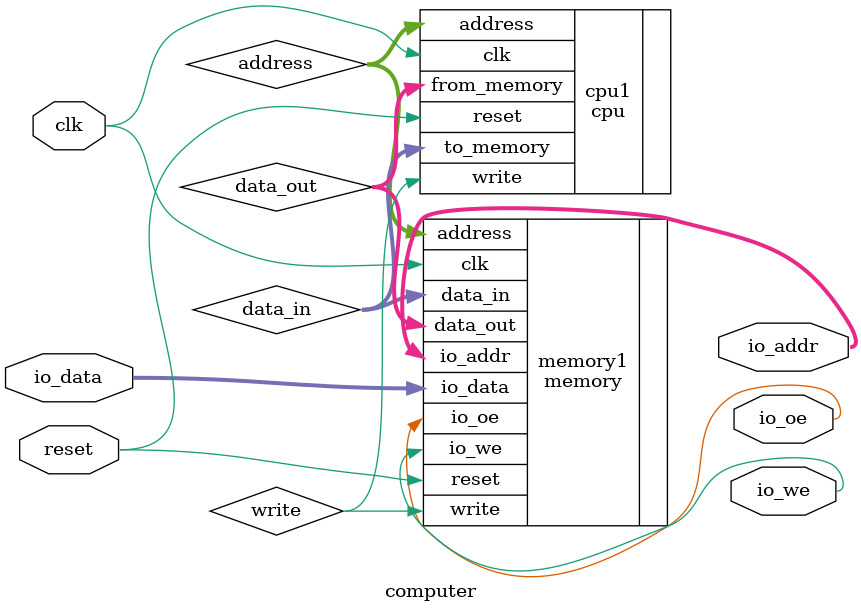
<source format=sv>
module computer(
    input clk,
    input reset,
    inout [7:0] io_data,   // 8-bit bidirectional data bus
    output [3:0] io_addr,   // 4-bit I/O port address
    output io_oe,           // Output enable (1 = computer driving bus)
    output io_we            // Write enable (1 = write operation)
);
    wire [7:0] address;
    wire [7:0] data_in;
    wire [7:0] data_out;
    wire write;
    
    cpu cpu1 (
        .clk(clk),
        .reset(reset),
        .address(address),
        .write(write),
        .to_memory(data_in),
        .from_memory(data_out)
    );
    
    memory memory1 (
        .clk(clk),
        .reset(reset),
        .write(write),
        .address(address),
        .data_in(data_in),
        .data_out(data_out),
        .io_data(io_data),
        .io_addr(io_addr),
        .io_oe(io_oe),
        .io_we(io_we)
    );
endmodule
</source>
